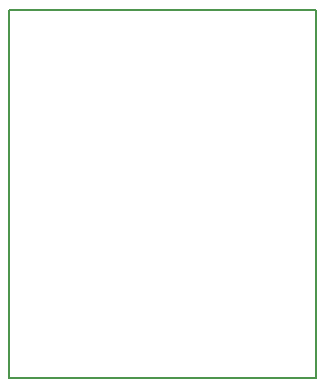
<source format=gbr>
G04 #@! TF.GenerationSoftware,KiCad,Pcbnew,(5.0.2)-1*
G04 #@! TF.CreationDate,2019-09-06T13:17:11-04:00*
G04 #@! TF.ProjectId,RS232_TTL_Female,52533233-325f-4545-944c-5f46656d616c,rev?*
G04 #@! TF.SameCoordinates,Original*
G04 #@! TF.FileFunction,Profile,NP*
%FSLAX46Y46*%
G04 Gerber Fmt 4.6, Leading zero omitted, Abs format (unit mm)*
G04 Created by KiCad (PCBNEW (5.0.2)-1) date 9/6/2019 1:17:11 PM*
%MOMM*%
%LPD*%
G01*
G04 APERTURE LIST*
%ADD10C,0.200000*%
G04 APERTURE END LIST*
D10*
X0Y-31115000D02*
X0Y0D01*
X26035000Y-31115000D02*
X0Y-31115000D01*
X26035000Y0D02*
X26035000Y-31115000D01*
X0Y0D02*
X26035000Y0D01*
M02*

</source>
